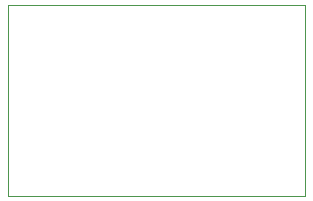
<source format=gm1>
G04 #@! TF.GenerationSoftware,KiCad,Pcbnew,7.0.6*
G04 #@! TF.CreationDate,2023-08-23T21:48:07+08:00*
G04 #@! TF.ProjectId,USB_TTL,5553425f-5454-44c2-9e6b-696361645f70,rev?*
G04 #@! TF.SameCoordinates,Original*
G04 #@! TF.FileFunction,Profile,NP*
%FSLAX46Y46*%
G04 Gerber Fmt 4.6, Leading zero omitted, Abs format (unit mm)*
G04 Created by KiCad (PCBNEW 7.0.6) date 2023-08-23 21:48:07*
%MOMM*%
%LPD*%
G01*
G04 APERTURE LIST*
G04 #@! TA.AperFunction,Profile*
%ADD10C,0.100000*%
G04 #@! TD*
G04 APERTURE END LIST*
D10*
X165354000Y-76327000D02*
X190500000Y-76327000D01*
X190500000Y-92456000D01*
X165354000Y-92456000D01*
X165354000Y-76327000D01*
M02*

</source>
